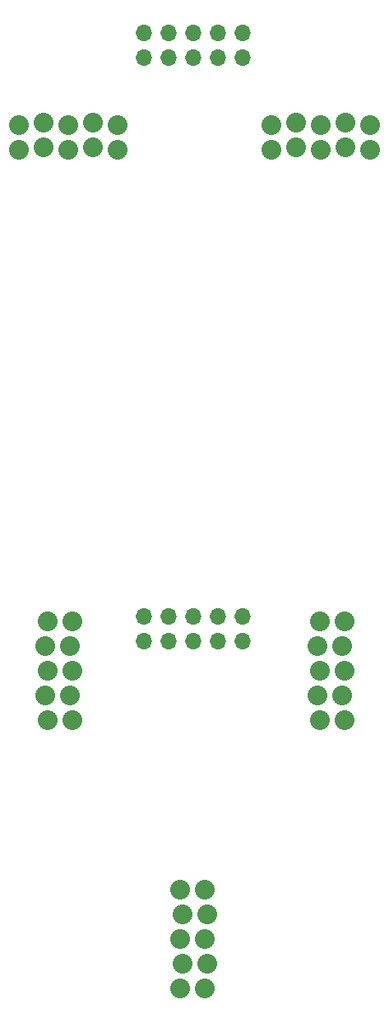
<source format=gbs>
%TF.GenerationSoftware,KiCad,Pcbnew,7.0.8*%
%TF.CreationDate,2024-02-25T17:47:53-05:00*%
%TF.ProjectId,lichen-bifocals-submodule-power-board,6c696368-656e-42d6-9269-666f63616c73,rev?*%
%TF.SameCoordinates,Original*%
%TF.FileFunction,Soldermask,Bot*%
%TF.FilePolarity,Negative*%
%FSLAX46Y46*%
G04 Gerber Fmt 4.6, Leading zero omitted, Abs format (unit mm)*
G04 Created by KiCad (PCBNEW 7.0.8) date 2024-02-25 17:47:53*
%MOMM*%
%LPD*%
G01*
G04 APERTURE LIST*
%ADD10C,2.032000*%
%ADD11O,1.700000X1.700000*%
G04 APERTURE END LIST*
D10*
%TO.C,MCU1*%
X135687000Y-182893000D03*
X135433000Y-180353000D03*
X135687000Y-177813000D03*
X135433000Y-175273000D03*
X135687000Y-172733000D03*
X133147000Y-172733000D03*
X132893000Y-175273000D03*
X133147000Y-177813000D03*
X132893000Y-180353000D03*
X133147000Y-182893000D03*
X138370000Y-121670000D03*
X135830000Y-121416000D03*
X133290000Y-121670000D03*
X130750000Y-121416000D03*
X128210000Y-121670000D03*
X128210000Y-124210000D03*
X130750000Y-123956000D03*
X133290000Y-124210000D03*
X135830000Y-123956000D03*
X138370000Y-124210000D03*
X112370000Y-121670000D03*
X109830000Y-121416000D03*
X107290000Y-121670000D03*
X104750000Y-121416000D03*
X102210000Y-121670000D03*
X102210000Y-124210000D03*
X104750000Y-123956000D03*
X107290000Y-124210000D03*
X109830000Y-123956000D03*
X112370000Y-124210000D03*
X107687000Y-182893000D03*
X107433000Y-180353000D03*
X107687000Y-177813000D03*
X107433000Y-175273000D03*
X107687000Y-172733000D03*
X105147000Y-172733000D03*
X104893000Y-175273000D03*
X105147000Y-177813000D03*
X104893000Y-180353000D03*
X105147000Y-182893000D03*
%TD*%
%TO.C,PWR1*%
X119007000Y-202870000D03*
X121547000Y-202870000D03*
X118753000Y-205410000D03*
X121293000Y-205410000D03*
X119007000Y-207950000D03*
X121547000Y-207950000D03*
X118753000Y-210490000D03*
X121293000Y-210490000D03*
X118753000Y-200330000D03*
X121293000Y-200330000D03*
%TD*%
D11*
%TO.C,H2*%
X125230000Y-174720000D03*
X125230000Y-172180000D03*
X122690000Y-174720000D03*
X122690000Y-172180000D03*
X120150000Y-174720000D03*
X120150000Y-172180000D03*
X117610000Y-174720000D03*
X117610000Y-172180000D03*
X115070000Y-174720000D03*
X115070000Y-172180000D03*
%TD*%
%TO.C,H1*%
X125230000Y-114690000D03*
X125230000Y-112150000D03*
X122690000Y-114690000D03*
X122690000Y-112150000D03*
X120150000Y-114690000D03*
X120150000Y-112150000D03*
X117610000Y-114690000D03*
X117610000Y-112150000D03*
X115070000Y-114690000D03*
X115070000Y-112150000D03*
%TD*%
M02*

</source>
